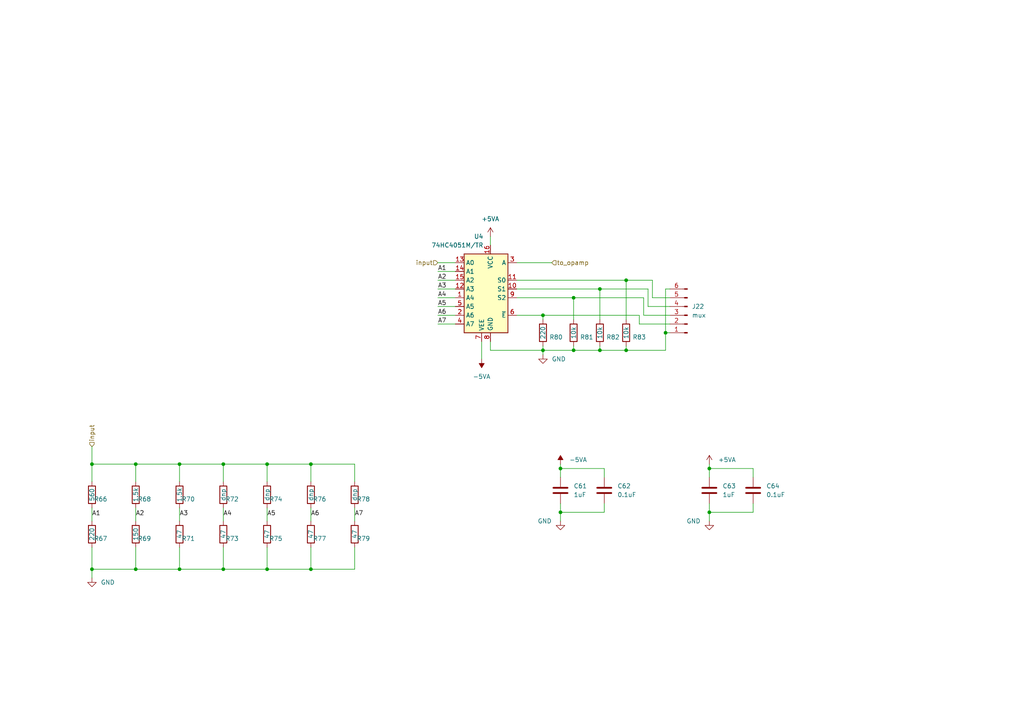
<source format=kicad_sch>
(kicad_sch (version 20211123) (generator eeschema)
  (paper "A4")
  (lib_symbols
    (symbol "74xx:74HC4051"
      (property "Reference" "U" (at -5.08 11.43 0))
      (property "Value" "74HC4051" (at -7.62 -13.97 0))
      (symbol "74HC4051_0_1"
        (rectangle (start -5.08 10.16) (end 7.62 -12.7) (stroke (width 0.254)) (fill (type background)))
      )
      (symbol "74HC4051_1_1"
        (pin passive line (at 10.16 -2.54 180) (length 2.54) (name "A4") (number "1"))
        (pin input line (at -7.62 0 0) (length 2.54) (name "S1") (number "10"))
        (pin input line (at -7.62 2.54 0) (length 2.54) (name "S0") (number "11"))
        (pin passive line (at 10.16 0 180) (length 2.54) (name "A3") (number "12"))
        (pin passive line (at 10.16 7.62 180) (length 2.54) (name "A0") (number "13"))
        (pin passive line (at 10.16 5.08 180) (length 2.54) (name "A1") (number "14"))
        (pin passive line (at 10.16 2.54 180) (length 2.54) (name "A2") (number "15"))
        (pin power_in line (at 0 12.7 270) (length 2.54) (name "VCC") (number "16"))
        (pin passive line (at 10.16 -7.62 180) (length 2.54) (name "A6") (number "2"))
        (pin passive line (at -7.62 7.62 0) (length 2.54) (name "A") (number "3"))
        (pin passive line (at 10.16 -10.16 180) (length 2.54) (name "A7") (number "4"))
        (pin passive line (at 10.16 -5.08 180) (length 2.54) (name "A5") (number "5"))
        (pin input line (at -7.62 -7.62 0) (length 2.54) (name "~{E}") (number "6"))
        (pin power_in line (at 2.54 -15.24 90) (length 2.54) (name "VEE") (number "7"))
        (pin power_in line (at 0 -15.24 90) (length 2.54) (name "GND") (number "8"))
        (pin input line (at -7.62 -2.54 0) (length 2.54) (name "S2") (number "9"))
      )
    )
    (symbol "Connector:Conn_01x06_Male" (pin_names (offset 1.016) hide)
      (property "Reference" "J" (at 0 7.62 0))
      (property "Value" "Conn_01x06_Male" (at 0 -10.16 0))
      (symbol "Conn_01x06_Male_1_1"
        (polyline (pts (xy 1.27 -7.62) (xy 0.8636 -7.62)) (stroke (width 0.1524)))
        (polyline (pts (xy 1.27 -5.08) (xy 0.8636 -5.08)) (stroke (width 0.1524)))
        (polyline (pts (xy 1.27 -2.54) (xy 0.8636 -2.54)) (stroke (width 0.1524)))
        (polyline (pts (xy 1.27 0) (xy 0.8636 0)) (stroke (width 0.1524)))
        (polyline (pts (xy 1.27 2.54) (xy 0.8636 2.54)) (stroke (width 0.1524)))
        (polyline (pts (xy 1.27 5.08) (xy 0.8636 5.08)) (stroke (width 0.1524)))
        (rectangle (start 0.8636 -7.493) (end 0 -7.747) (stroke (width 0.1524)) (fill (type outline)))
        (rectangle (start 0.8636 -4.953) (end 0 -5.207) (stroke (width 0.1524)) (fill (type outline)))
        (rectangle (start 0.8636 -2.413) (end 0 -2.667) (stroke (width 0.1524)) (fill (type outline)))
        (rectangle (start 0.8636 0.127) (end 0 -0.127) (stroke (width 0.1524)) (fill (type outline)))
        (rectangle (start 0.8636 2.667) (end 0 2.413) (stroke (width 0.1524)) (fill (type outline)))
        (rectangle (start 0.8636 5.207) (end 0 4.953) (stroke (width 0.1524)) (fill (type outline)))
        (pin passive line (at 5.08 5.08 180) (length 3.81) (name "Pin_1") (number "1"))
        (pin passive line (at 5.08 2.54 180) (length 3.81) (name "Pin_2") (number "2"))
        (pin passive line (at 5.08 0 180) (length 3.81) (name "Pin_3") (number "3"))
        (pin passive line (at 5.08 -2.54 180) (length 3.81) (name "Pin_4") (number "4"))
        (pin passive line (at 5.08 -5.08 180) (length 3.81) (name "Pin_5") (number "5"))
        (pin passive line (at 5.08 -7.62 180) (length 3.81) (name "Pin_6") (number "6"))
      )
    )
    (symbol "Device:C" (pin_numbers hide) (pin_names (offset 0.254))
      (property "Reference" "C" (at 0.635 2.54 0))
      (property "Value" "C" (at 0.635 -2.54 0))
      (symbol "C_0_1"
        (polyline (pts (xy -2.032 -0.762) (xy 2.032 -0.762)) (stroke (width 0.508)))
        (polyline (pts (xy -2.032 0.762) (xy 2.032 0.762)) (stroke (width 0.508)))
      )
      (symbol "C_1_1"
        (pin passive line (at 0 3.81 270) (length 2.794) (name "~") (number "1"))
        (pin passive line (at 0 -3.81 90) (length 2.794) (name "~") (number "2"))
      )
    )
    (symbol "Device:R" (pin_numbers hide) (pin_names (offset 0))
      (property "Reference" "R" (at 2.032 0 90))
      (property "Value" "R" (at 0 0 90))
      (symbol "R_0_1"
        (rectangle (start -1.016 -2.54) (end 1.016 2.54) (stroke (width 0.254)))
      )
      (symbol "R_1_1"
        (pin passive line (at 0 3.81 270) (length 1.27) (name "~") (number "1"))
        (pin passive line (at 0 -3.81 90) (length 1.27) (name "~") (number "2"))
      )
    )
    (symbol "power:+5VA" (power) (pin_names (offset 0))
      (property "Value" "+5VA" (at 0 3.556 0))
      (symbol "+5VA_0_1"
        (polyline (pts (xy -0.762 1.27) (xy 0 2.54)))
        (polyline (pts (xy 0 0) (xy 0 2.54)))
        (polyline (pts (xy 0 2.54) (xy 0.762 1.27)))
      )
      (symbol "+5VA_1_1"
        (pin power_in line (at 0 0 90) (length 0) hide (name "+5VA") (number "1"))
      )
    )
    (symbol "power:-5VA" (power) (pin_names (offset 0))
      (property "Value" "-5VA" (at 0 3.81 0))
      (symbol "-5VA_0_0"
        (pin power_in line (at 0 0 90) (length 0) hide (name "-5VA") (number "1"))
      )
      (symbol "-5VA_0_1"
        (polyline (pts (xy 0 0) (xy 0 1.27) (xy 0.762 1.27) (xy 0 2.54) (xy -0.762 1.27) (xy 0 1.27)) (fill (type outline)))
      )
    )
    (symbol "power:GND" (power) (pin_names (offset 0))
      (property "Value" "GND" (at 0 -3.81 0))
      (symbol "GND_0_1"
        (polyline (pts (xy 0 0) (xy 0 -1.27) (xy 1.27 -1.27) (xy 0 -2.54) (xy -1.27 -1.27) (xy 0 -1.27)))
      )
      (symbol "GND_1_1"
        (pin power_in line (at 0 0 270) (length 0) hide (name "GND") (number "1"))
      )
    )
  )
  (junction (at 173.99 101.6))
  (junction (at 205.74 148.59))
  (junction (at 173.99 83.82))
  (junction (at 52.07 165.1))
  (junction (at 39.37 165.1))
  (junction (at 181.61 81.28))
  (junction (at 166.37 101.6))
  (junction (at 157.48 101.6))
  (junction (at 26.67 165.1))
  (junction (at 162.56 148.59))
  (junction (at 193.04 96.52))
  (junction (at 64.77 165.1))
  (junction (at 26.67 134.62))
  (junction (at 205.74 135.89))
  (junction (at 162.56 135.89))
  (junction (at 166.37 86.36))
  (junction (at 181.61 101.6))
  (junction (at 64.77 134.62))
  (junction (at 52.07 134.62))
  (junction (at 90.17 165.1))
  (junction (at 157.48 91.44))
  (junction (at 77.47 134.62))
  (junction (at 77.47 165.1))
  (junction (at 39.37 134.62))
  (junction (at 90.17 134.62))
  (wire (pts (xy 52.07 147.32) (xy 52.07 151.13)))
  (wire (pts (xy 189.23 81.28) (xy 189.23 86.36)))
  (wire (pts (xy 157.48 101.6) (xy 157.48 100.33)))
  (wire (pts (xy 127 76.2) (xy 132.08 76.2)))
  (wire (pts (xy 218.44 135.89) (xy 218.44 138.43)))
  (wire (pts (xy 160.02 76.2) (xy 149.86 76.2)))
  (wire (pts (xy 39.37 147.32) (xy 39.37 151.13)))
  (wire (pts (xy 26.67 129.54) (xy 26.67 134.62)))
  (wire (pts (xy 181.61 101.6) (xy 181.61 100.33)))
  (wire (pts (xy 142.24 101.6) (xy 142.24 99.06)))
  (wire (pts (xy 193.04 96.52) (xy 194.31 96.52)))
  (wire (pts (xy 175.26 146.05) (xy 175.26 148.59)))
  (wire (pts (xy 166.37 100.33) (xy 166.37 101.6)))
  (wire (pts (xy 77.47 134.62) (xy 77.47 139.7)))
  (wire (pts (xy 127 83.82) (xy 132.08 83.82)))
  (wire (pts (xy 102.87 165.1) (xy 102.87 158.75)))
  (wire (pts (xy 127 78.74) (xy 132.08 78.74)))
  (wire (pts (xy 162.56 148.59) (xy 175.26 148.59)))
  (wire (pts (xy 39.37 165.1) (xy 52.07 165.1)))
  (wire (pts (xy 142.24 101.6) (xy 157.48 101.6)))
  (wire (pts (xy 127 93.98) (xy 132.08 93.98)))
  (wire (pts (xy 39.37 134.62) (xy 52.07 134.62)))
  (wire (pts (xy 185.42 93.98) (xy 194.31 93.98)))
  (wire (pts (xy 149.86 83.82) (xy 173.99 83.82)))
  (wire (pts (xy 26.67 165.1) (xy 26.67 158.75)))
  (wire (pts (xy 189.23 86.36) (xy 194.31 86.36)))
  (wire (pts (xy 166.37 101.6) (xy 157.48 101.6)))
  (wire (pts (xy 162.56 148.59) (xy 162.56 146.05)))
  (wire (pts (xy 77.47 134.62) (xy 90.17 134.62)))
  (wire (pts (xy 139.7 104.14) (xy 139.7 99.06)))
  (wire (pts (xy 52.07 134.62) (xy 52.07 139.7)))
  (wire (pts (xy 90.17 165.1) (xy 102.87 165.1)))
  (wire (pts (xy 205.74 135.89) (xy 218.44 135.89)))
  (wire (pts (xy 193.04 101.6) (xy 181.61 101.6)))
  (wire (pts (xy 157.48 91.44) (xy 157.48 92.71)))
  (wire (pts (xy 187.96 83.82) (xy 173.99 83.82)))
  (wire (pts (xy 173.99 83.82) (xy 173.99 92.71)))
  (wire (pts (xy 186.69 91.44) (xy 194.31 91.44)))
  (wire (pts (xy 90.17 147.32) (xy 90.17 151.13)))
  (wire (pts (xy 166.37 101.6) (xy 173.99 101.6)))
  (wire (pts (xy 90.17 165.1) (xy 90.17 158.75)))
  (wire (pts (xy 162.56 135.89) (xy 162.56 138.43)))
  (wire (pts (xy 102.87 147.32) (xy 102.87 151.13)))
  (wire (pts (xy 166.37 86.36) (xy 166.37 92.71)))
  (wire (pts (xy 26.67 167.64) (xy 26.67 165.1)))
  (wire (pts (xy 194.31 88.9) (xy 187.96 88.9)))
  (wire (pts (xy 193.04 83.82) (xy 193.04 96.52)))
  (wire (pts (xy 205.74 135.89) (xy 205.74 138.43)))
  (wire (pts (xy 77.47 165.1) (xy 77.47 158.75)))
  (wire (pts (xy 186.69 86.36) (xy 186.69 91.44)))
  (wire (pts (xy 173.99 101.6) (xy 181.61 101.6)))
  (wire (pts (xy 162.56 135.89) (xy 175.26 135.89)))
  (wire (pts (xy 205.74 151.13) (xy 205.74 148.59)))
  (wire (pts (xy 149.86 91.44) (xy 157.48 91.44)))
  (wire (pts (xy 205.74 148.59) (xy 205.74 146.05)))
  (wire (pts (xy 175.26 135.89) (xy 175.26 138.43)))
  (wire (pts (xy 142.24 68.58) (xy 142.24 71.12)))
  (wire (pts (xy 187.96 88.9) (xy 187.96 83.82)))
  (wire (pts (xy 77.47 147.32) (xy 77.47 151.13)))
  (wire (pts (xy 26.67 134.62) (xy 26.67 139.7)))
  (wire (pts (xy 77.47 165.1) (xy 90.17 165.1)))
  (wire (pts (xy 64.77 165.1) (xy 77.47 165.1)))
  (wire (pts (xy 193.04 96.52) (xy 193.04 101.6)))
  (wire (pts (xy 157.48 102.87) (xy 157.48 101.6)))
  (wire (pts (xy 64.77 147.32) (xy 64.77 151.13)))
  (wire (pts (xy 52.07 134.62) (xy 64.77 134.62)))
  (wire (pts (xy 157.48 91.44) (xy 185.42 91.44)))
  (wire (pts (xy 39.37 134.62) (xy 39.37 139.7)))
  (wire (pts (xy 102.87 134.62) (xy 102.87 139.7)))
  (wire (pts (xy 90.17 134.62) (xy 90.17 139.7)))
  (wire (pts (xy 173.99 100.33) (xy 173.99 101.6)))
  (wire (pts (xy 39.37 165.1) (xy 39.37 158.75)))
  (wire (pts (xy 166.37 86.36) (xy 186.69 86.36)))
  (wire (pts (xy 64.77 134.62) (xy 77.47 134.62)))
  (wire (pts (xy 52.07 165.1) (xy 52.07 158.75)))
  (wire (pts (xy 52.07 165.1) (xy 64.77 165.1)))
  (wire (pts (xy 162.56 134.62) (xy 162.56 135.89)))
  (wire (pts (xy 218.44 146.05) (xy 218.44 148.59)))
  (wire (pts (xy 149.86 81.28) (xy 181.61 81.28)))
  (wire (pts (xy 26.67 147.32) (xy 26.67 151.13)))
  (wire (pts (xy 127 86.36) (xy 132.08 86.36)))
  (wire (pts (xy 205.74 148.59) (xy 218.44 148.59)))
  (wire (pts (xy 90.17 134.62) (xy 102.87 134.62)))
  (wire (pts (xy 26.67 165.1) (xy 39.37 165.1)))
  (wire (pts (xy 194.31 83.82) (xy 193.04 83.82)))
  (wire (pts (xy 149.86 86.36) (xy 166.37 86.36)))
  (wire (pts (xy 127 88.9) (xy 132.08 88.9)))
  (wire (pts (xy 39.37 134.62) (xy 26.67 134.62)))
  (wire (pts (xy 64.77 134.62) (xy 64.77 139.7)))
  (wire (pts (xy 205.74 134.62) (xy 205.74 135.89)))
  (wire (pts (xy 64.77 165.1) (xy 64.77 158.75)))
  (wire (pts (xy 185.42 91.44) (xy 185.42 93.98)))
  (wire (pts (xy 181.61 81.28) (xy 189.23 81.28)))
  (wire (pts (xy 127 81.28) (xy 132.08 81.28)))
  (wire (pts (xy 162.56 151.13) (xy 162.56 148.59)))
  (wire (pts (xy 127 91.44) (xy 132.08 91.44)))
  (wire (pts (xy 181.61 81.28) (xy 181.61 92.71)))
  (label "A3" (at 52.07 149.86 0))
  (label "A2" (at 127 81.28 0))
  (label "A7" (at 102.87 149.86 0))
  (label "A4" (at 64.77 149.86 0))
  (label "A3" (at 127 83.82 0))
  (label "A6" (at 127 91.44 0))
  (label "A1" (at 26.67 149.86 0))
  (label "A1" (at 127 78.74 0))
  (label "A7" (at 127 93.98 0))
  (label "A2" (at 39.37 149.86 0))
  (label "A5" (at 77.47 149.86 0))
  (label "A5" (at 127 88.9 0))
  (label "A6" (at 90.17 149.86 0))
  (label "A4" (at 127 86.36 0))
  (hierarchical_label "to_opamp" (shape input) (at 160.02 76.2 0))
  (hierarchical_label "input" (shape input) (at 127 76.2 180))
  (hierarchical_label "input" (shape input) (at 26.67 129.54 90))
  (symbol (lib_id "Device:R") (at 64.77 143.51 180) (unit 1)
    (property "Reference" "R72" (at 67.31 144.78 0))
    (property "Value" "dnp" (at 64.77 143.51 90))
    (property "Footprint" "Resistor_SMD:R_0603_1608Metric_Pad0.98x0.95mm_HandSolder" (effects hide))
  )
  (symbol (lib_id "Connector:Conn_01x06_Male") (at 199.39 91.44 180) (unit 1)
    (property "Reference" "J22" (at 200.66 88.8999 0) (effects (justify right)))
    (property "Value" "mux" (at 200.66 91.4399 0) (effects (justify right)))
    (property "Footprint" "Connector_PinHeader_2.54mm:PinHeader_1x06_P2.54mm_Vertical" (effects hide))
  )
  (symbol (lib_id "Device:R") (at 166.37 96.52 180) (unit 1)
    (property "Reference" "R81" (at 170.18 97.79 0))
    (property "Value" "10k" (at 166.37 96.52 90))
    (property "Footprint" "Resistor_SMD:R_0603_1608Metric_Pad0.98x0.95mm_HandSolder" (effects hide))
  )
  (symbol (lib_id "Device:R") (at 90.17 154.94 180) (unit 1)
    (property "Reference" "R77" (at 92.71 156.21 0))
    (property "Value" "47" (at 90.17 154.94 90))
    (property "Footprint" "Resistor_SMD:R_0603_1608Metric_Pad0.98x0.95mm_HandSolder" (effects hide))
  )
  (symbol (lib_id "power:GND") (at 162.56 151.13 0) (unit 1)
    (property "Reference" "#PWR0194" (effects hide))
    (property "Value" "GND" (at 160.02 151.13 0) (effects (justify right)))
  )
  (symbol (lib_id "Device:C") (at 162.56 142.24 0) (unit 1)
    (property "Reference" "C61" (at 166.37 140.9699 0) (effects (justify left)))
    (property "Value" "1uF" (at 166.37 143.5099 0) (effects (justify left)))
    (property "Footprint" "Capacitor_SMD:C_0805_2012Metric" (effects hide))
  )
  (symbol (lib_id "Device:R") (at 77.47 143.51 180) (unit 1)
    (property "Reference" "R74" (at 80.01 144.78 0))
    (property "Value" "dnp" (at 77.47 143.51 90))
    (property "Footprint" "Resistor_SMD:R_0603_1608Metric_Pad0.98x0.95mm_HandSolder" (effects hide))
  )
  (symbol (lib_id "Device:R") (at 52.07 154.94 180) (unit 1)
    (property "Reference" "R71" (at 54.61 156.21 0))
    (property "Value" "47" (at 52.07 154.94 90))
    (property "Footprint" "Resistor_SMD:R_0603_1608Metric_Pad0.98x0.95mm_HandSolder" (effects hide))
  )
  (symbol (lib_id "Device:C") (at 218.44 142.24 0) (unit 1)
    (property "Reference" "C64" (at 222.25 140.9699 0) (effects (justify left)))
    (property "Value" "0.1uF" (at 222.25 143.5099 0) (effects (justify left)))
    (property "Footprint" "Capacitor_SMD:C_0603_1608Metric_Pad1.08x0.95mm_HandSolder" (effects hide))
  )
  (symbol (lib_id "power:+5VA") (at 205.74 134.62 0) (unit 1)
    (property "Reference" "#PWR0196" (effects hide))
    (property "Value" "+5VA" (at 208.28 133.3499 0) (effects (justify left)))
  )
  (symbol (lib_id "74xx:74HC4051") (at 142.24 83.82 0) (mirror y) (unit 1)
    (property "Reference" "U4" (at 140.2206 68.58 0) (effects (justify left)))
    (property "Value" "74HC4051M/TR" (at 140.2206 71.12 0) (effects (justify left)))
    (property "Footprint" "Package_SO:SOIC-16_3.9x9.9mm_P1.27mm" (effects hide))
    (property "Datasheet" "http://www.ti.com/lit/ds/symlink/cd74hc4051.pdf" (effects hide))
  )
  (symbol (lib_id "Device:R") (at 39.37 154.94 180) (unit 1)
    (property "Reference" "R69" (at 41.91 156.21 0))
    (property "Value" "150" (at 39.37 154.94 90))
    (property "Footprint" "Resistor_SMD:R_0603_1608Metric_Pad0.98x0.95mm_HandSolder" (effects hide))
  )
  (symbol (lib_id "power:GND") (at 157.48 102.87 0) (unit 1)
    (property "Reference" "#PWR0191" (effects hide))
    (property "Value" "GND" (at 160.02 104.1399 0) (effects (justify left)))
  )
  (symbol (lib_id "power:GND") (at 205.74 151.13 0) (unit 1)
    (property "Reference" "#PWR0195" (effects hide))
    (property "Value" "GND" (at 203.2 151.13 0) (effects (justify right)))
  )
  (symbol (lib_id "power:-5VA") (at 162.56 134.62 0) (unit 1)
    (property "Reference" "#PWR0193" (effects hide))
    (property "Value" "-5VA" (at 165.1 133.3499 0) (effects (justify left)))
  )
  (symbol (lib_id "Device:R") (at 52.07 143.51 180) (unit 1)
    (property "Reference" "R70" (at 54.61 144.78 0))
    (property "Value" "1.5k" (at 52.07 143.51 90))
    (property "Footprint" "Resistor_SMD:R_0603_1608Metric_Pad0.98x0.95mm_HandSolder" (effects hide))
  )
  (symbol (lib_id "Device:R") (at 173.99 96.52 180) (unit 1)
    (property "Reference" "R82" (at 177.8 97.79 0))
    (property "Value" "10k" (at 173.99 96.52 90))
    (property "Footprint" "Resistor_SMD:R_0603_1608Metric_Pad0.98x0.95mm_HandSolder" (effects hide))
  )
  (symbol (lib_id "power:GND") (at 26.67 167.64 0) (unit 1)
    (property "Reference" "#PWR0192" (effects hide))
    (property "Value" "GND" (at 29.21 168.9099 0) (effects (justify left)))
  )
  (symbol (lib_id "Device:R") (at 39.37 143.51 180) (unit 1)
    (property "Reference" "R68" (at 41.91 144.78 0))
    (property "Value" "1.5k" (at 39.37 143.51 90))
    (property "Footprint" "Resistor_SMD:R_0603_1608Metric_Pad0.98x0.95mm_HandSolder" (effects hide))
  )
  (symbol (lib_id "Device:R") (at 64.77 154.94 180) (unit 1)
    (property "Reference" "R73" (at 67.31 156.21 0))
    (property "Value" "47" (at 64.77 154.94 90))
    (property "Footprint" "Resistor_SMD:R_0603_1608Metric_Pad0.98x0.95mm_HandSolder" (effects hide))
  )
  (symbol (lib_id "Device:R") (at 157.48 96.52 180) (unit 1)
    (property "Reference" "R80" (at 161.29 97.79 0))
    (property "Value" "220" (at 157.48 96.52 90))
    (property "Footprint" "Resistor_SMD:R_0603_1608Metric_Pad0.98x0.95mm_HandSolder" (effects hide))
  )
  (symbol (lib_id "Device:R") (at 102.87 154.94 180) (unit 1)
    (property "Reference" "R79" (at 105.41 156.21 0))
    (property "Value" "47" (at 102.87 154.94 90))
    (property "Footprint" "Resistor_SMD:R_0603_1608Metric_Pad0.98x0.95mm_HandSolder" (effects hide))
  )
  (symbol (lib_id "Device:R") (at 102.87 143.51 180) (unit 1)
    (property "Reference" "R78" (at 105.41 144.78 0))
    (property "Value" "dnp" (at 102.87 143.51 90))
    (property "Footprint" "Resistor_SMD:R_0603_1608Metric_Pad0.98x0.95mm_HandSolder" (effects hide))
  )
  (symbol (lib_id "Device:R") (at 77.47 154.94 180) (unit 1)
    (property "Reference" "R75" (at 80.01 156.21 0))
    (property "Value" "47" (at 77.47 154.94 90))
    (property "Footprint" "Resistor_SMD:R_0603_1608Metric_Pad0.98x0.95mm_HandSolder" (effects hide))
  )
  (symbol (lib_id "Device:R") (at 90.17 143.51 180) (unit 1)
    (property "Reference" "R76" (at 92.71 144.78 0))
    (property "Value" "dnp" (at 90.17 143.51 90))
    (property "Footprint" "Resistor_SMD:R_0603_1608Metric_Pad0.98x0.95mm_HandSolder" (effects hide))
  )
  (symbol (lib_id "Device:C") (at 205.74 142.24 0) (unit 1)
    (property "Reference" "C63" (at 209.55 140.9699 0) (effects (justify left)))
    (property "Value" "1uF" (at 209.55 143.5099 0) (effects (justify left)))
    (property "Footprint" "Capacitor_SMD:C_0805_2012Metric" (effects hide))
  )
  (symbol (lib_id "power:+5VA") (at 142.24 68.58 0) (mirror y) (unit 1)
    (property "Reference" "#PWR0189" (effects hide))
    (property "Value" "+5VA" (at 142.24 63.5 0))
  )
  (symbol (lib_id "Device:R") (at 181.61 96.52 180) (unit 1)
    (property "Reference" "R83" (at 185.42 97.79 0))
    (property "Value" "10k" (at 181.61 96.52 90))
    (property "Footprint" "Resistor_SMD:R_0603_1608Metric_Pad0.98x0.95mm_HandSolder" (effects hide))
  )
  (symbol (lib_id "Device:R") (at 26.67 143.51 180) (unit 1)
    (property "Reference" "R66" (at 29.21 144.78 0))
    (property "Value" "560" (at 26.67 143.51 90))
    (property "Footprint" "Resistor_SMD:R_0603_1608Metric_Pad0.98x0.95mm_HandSolder" (effects hide))
  )
  (symbol (lib_id "Device:C") (at 175.26 142.24 0) (unit 1)
    (property "Reference" "C62" (at 179.07 140.9699 0) (effects (justify left)))
    (property "Value" "0.1uF" (at 179.07 143.5099 0) (effects (justify left)))
    (property "Footprint" "Capacitor_SMD:C_0603_1608Metric_Pad1.08x0.95mm_HandSolder" (effects hide))
  )
  (symbol (lib_id "Device:R") (at 26.67 154.94 180) (unit 1)
    (property "Reference" "R67" (at 29.21 156.21 0))
    (property "Value" "220" (at 26.67 154.94 90))
    (property "Footprint" "Resistor_SMD:R_0603_1608Metric_Pad0.98x0.95mm_HandSolder" (effects hide))
  )
  (symbol (lib_id "power:-5VA") (at 139.7 104.14 0) (mirror x) (unit 1)
    (property "Reference" "#PWR0190" (effects hide))
    (property "Value" "-5VA" (at 139.7 109.22 0))
  )
)
</source>
